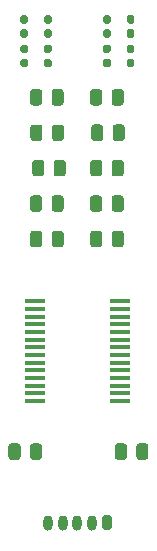
<source format=gbs>
G04 #@! TF.GenerationSoftware,KiCad,Pcbnew,(5.1.10)-1*
G04 #@! TF.CreationDate,2021-09-22T20:54:56-07:00*
G04 #@! TF.ProjectId,project,70726f6a-6563-4742-9e6b-696361645f70,rev?*
G04 #@! TF.SameCoordinates,Original*
G04 #@! TF.FileFunction,Soldermask,Bot*
G04 #@! TF.FilePolarity,Negative*
%FSLAX46Y46*%
G04 Gerber Fmt 4.6, Leading zero omitted, Abs format (unit mm)*
G04 Created by KiCad (PCBNEW (5.1.10)-1) date 2021-09-22 20:54:56*
%MOMM*%
%LPD*%
G01*
G04 APERTURE LIST*
%ADD10O,0.800000X1.300000*%
%ADD11R,1.750000X0.450000*%
G04 APERTURE END LIST*
D10*
X201000000Y-92000000D03*
X202250000Y-92000000D03*
X203500000Y-92000000D03*
X204750000Y-92000000D03*
G36*
G01*
X206400000Y-91550000D02*
X206400000Y-92450000D01*
G75*
G02*
X206200000Y-92650000I-200000J0D01*
G01*
X205800000Y-92650000D01*
G75*
G02*
X205600000Y-92450000I0J200000D01*
G01*
X205600000Y-91550000D01*
G75*
G02*
X205800000Y-91350000I200000J0D01*
G01*
X206200000Y-91350000D01*
G75*
G02*
X206400000Y-91550000I0J-200000D01*
G01*
G37*
G36*
G01*
X199487500Y-86450001D02*
X199487500Y-85549999D01*
G75*
G02*
X199737499Y-85300000I249999J0D01*
G01*
X200262501Y-85300000D01*
G75*
G02*
X200512500Y-85549999I0J-249999D01*
G01*
X200512500Y-86450001D01*
G75*
G02*
X200262501Y-86700000I-249999J0D01*
G01*
X199737499Y-86700000D01*
G75*
G02*
X199487500Y-86450001I0J249999D01*
G01*
G37*
G36*
G01*
X197662500Y-86450001D02*
X197662500Y-85549999D01*
G75*
G02*
X197912499Y-85300000I249999J0D01*
G01*
X198437501Y-85300000D01*
G75*
G02*
X198687500Y-85549999I0J-249999D01*
G01*
X198687500Y-86450001D01*
G75*
G02*
X198437501Y-86700000I-249999J0D01*
G01*
X197912499Y-86700000D01*
G75*
G02*
X197662500Y-86450001I0J249999D01*
G01*
G37*
G36*
G01*
X207687500Y-85549999D02*
X207687500Y-86450001D01*
G75*
G02*
X207437501Y-86700000I-249999J0D01*
G01*
X206912499Y-86700000D01*
G75*
G02*
X206662500Y-86450001I0J249999D01*
G01*
X206662500Y-85549999D01*
G75*
G02*
X206912499Y-85300000I249999J0D01*
G01*
X207437501Y-85300000D01*
G75*
G02*
X207687500Y-85549999I0J-249999D01*
G01*
G37*
G36*
G01*
X209512500Y-85549999D02*
X209512500Y-86450001D01*
G75*
G02*
X209262501Y-86700000I-249999J0D01*
G01*
X208737499Y-86700000D01*
G75*
G02*
X208487500Y-86450001I0J249999D01*
G01*
X208487500Y-85549999D01*
G75*
G02*
X208737499Y-85300000I249999J0D01*
G01*
X209262501Y-85300000D01*
G75*
G02*
X209512500Y-85549999I0J-249999D01*
G01*
G37*
D11*
X207100000Y-81725000D03*
X207100000Y-81075000D03*
X207100000Y-80425000D03*
X207100000Y-79775000D03*
X207100000Y-79125000D03*
X207100000Y-78475000D03*
X207100000Y-77825000D03*
X207100000Y-77175000D03*
X207100000Y-76525000D03*
X207100000Y-75875000D03*
X207100000Y-75225000D03*
X207100000Y-74575000D03*
X207100000Y-73925000D03*
X207100000Y-73275000D03*
X199900000Y-73275000D03*
X199900000Y-73925000D03*
X199900000Y-74575000D03*
X199900000Y-75225000D03*
X199900000Y-75875000D03*
X199900000Y-76525000D03*
X199900000Y-77175000D03*
X199900000Y-77825000D03*
X199900000Y-78475000D03*
X199900000Y-79125000D03*
X199900000Y-79775000D03*
X199900000Y-80425000D03*
X199900000Y-81075000D03*
X199900000Y-81725000D03*
G36*
G01*
X208160000Y-52260000D02*
X207840000Y-52260000D01*
G75*
G02*
X207680000Y-52100000I0J160000D01*
G01*
X207680000Y-51705000D01*
G75*
G02*
X207840000Y-51545000I160000J0D01*
G01*
X208160000Y-51545000D01*
G75*
G02*
X208320000Y-51705000I0J-160000D01*
G01*
X208320000Y-52100000D01*
G75*
G02*
X208160000Y-52260000I-160000J0D01*
G01*
G37*
G36*
G01*
X208160000Y-53455000D02*
X207840000Y-53455000D01*
G75*
G02*
X207680000Y-53295000I0J160000D01*
G01*
X207680000Y-52900000D01*
G75*
G02*
X207840000Y-52740000I160000J0D01*
G01*
X208160000Y-52740000D01*
G75*
G02*
X208320000Y-52900000I0J-160000D01*
G01*
X208320000Y-53295000D01*
G75*
G02*
X208160000Y-53455000I-160000J0D01*
G01*
G37*
G36*
G01*
X201160000Y-52260000D02*
X200840000Y-52260000D01*
G75*
G02*
X200680000Y-52100000I0J160000D01*
G01*
X200680000Y-51705000D01*
G75*
G02*
X200840000Y-51545000I160000J0D01*
G01*
X201160000Y-51545000D01*
G75*
G02*
X201320000Y-51705000I0J-160000D01*
G01*
X201320000Y-52100000D01*
G75*
G02*
X201160000Y-52260000I-160000J0D01*
G01*
G37*
G36*
G01*
X201160000Y-53455000D02*
X200840000Y-53455000D01*
G75*
G02*
X200680000Y-53295000I0J160000D01*
G01*
X200680000Y-52900000D01*
G75*
G02*
X200840000Y-52740000I160000J0D01*
G01*
X201160000Y-52740000D01*
G75*
G02*
X201320000Y-52900000I0J-160000D01*
G01*
X201320000Y-53295000D01*
G75*
G02*
X201160000Y-53455000I-160000J0D01*
G01*
G37*
G36*
G01*
X206160000Y-49760000D02*
X205840000Y-49760000D01*
G75*
G02*
X205680000Y-49600000I0J160000D01*
G01*
X205680000Y-49205000D01*
G75*
G02*
X205840000Y-49045000I160000J0D01*
G01*
X206160000Y-49045000D01*
G75*
G02*
X206320000Y-49205000I0J-160000D01*
G01*
X206320000Y-49600000D01*
G75*
G02*
X206160000Y-49760000I-160000J0D01*
G01*
G37*
G36*
G01*
X206160000Y-50955000D02*
X205840000Y-50955000D01*
G75*
G02*
X205680000Y-50795000I0J160000D01*
G01*
X205680000Y-50400000D01*
G75*
G02*
X205840000Y-50240000I160000J0D01*
G01*
X206160000Y-50240000D01*
G75*
G02*
X206320000Y-50400000I0J-160000D01*
G01*
X206320000Y-50795000D01*
G75*
G02*
X206160000Y-50955000I-160000J0D01*
G01*
G37*
G36*
G01*
X201160000Y-49760000D02*
X200840000Y-49760000D01*
G75*
G02*
X200680000Y-49600000I0J160000D01*
G01*
X200680000Y-49205000D01*
G75*
G02*
X200840000Y-49045000I160000J0D01*
G01*
X201160000Y-49045000D01*
G75*
G02*
X201320000Y-49205000I0J-160000D01*
G01*
X201320000Y-49600000D01*
G75*
G02*
X201160000Y-49760000I-160000J0D01*
G01*
G37*
G36*
G01*
X201160000Y-50955000D02*
X200840000Y-50955000D01*
G75*
G02*
X200680000Y-50795000I0J160000D01*
G01*
X200680000Y-50400000D01*
G75*
G02*
X200840000Y-50240000I160000J0D01*
G01*
X201160000Y-50240000D01*
G75*
G02*
X201320000Y-50400000I0J-160000D01*
G01*
X201320000Y-50795000D01*
G75*
G02*
X201160000Y-50955000I-160000J0D01*
G01*
G37*
G36*
G01*
X206400000Y-68450001D02*
X206400000Y-67549999D01*
G75*
G02*
X206649999Y-67300000I249999J0D01*
G01*
X207175001Y-67300000D01*
G75*
G02*
X207425000Y-67549999I0J-249999D01*
G01*
X207425000Y-68450001D01*
G75*
G02*
X207175001Y-68700000I-249999J0D01*
G01*
X206649999Y-68700000D01*
G75*
G02*
X206400000Y-68450001I0J249999D01*
G01*
G37*
G36*
G01*
X204575000Y-68450001D02*
X204575000Y-67549999D01*
G75*
G02*
X204824999Y-67300000I249999J0D01*
G01*
X205350001Y-67300000D01*
G75*
G02*
X205600000Y-67549999I0J-249999D01*
G01*
X205600000Y-68450001D01*
G75*
G02*
X205350001Y-68700000I-249999J0D01*
G01*
X204824999Y-68700000D01*
G75*
G02*
X204575000Y-68450001I0J249999D01*
G01*
G37*
G36*
G01*
X200512500Y-67549999D02*
X200512500Y-68450001D01*
G75*
G02*
X200262501Y-68700000I-249999J0D01*
G01*
X199737499Y-68700000D01*
G75*
G02*
X199487500Y-68450001I0J249999D01*
G01*
X199487500Y-67549999D01*
G75*
G02*
X199737499Y-67300000I249999J0D01*
G01*
X200262501Y-67300000D01*
G75*
G02*
X200512500Y-67549999I0J-249999D01*
G01*
G37*
G36*
G01*
X202337500Y-67549999D02*
X202337500Y-68450001D01*
G75*
G02*
X202087501Y-68700000I-249999J0D01*
G01*
X201562499Y-68700000D01*
G75*
G02*
X201312500Y-68450001I0J249999D01*
G01*
X201312500Y-67549999D01*
G75*
G02*
X201562499Y-67300000I249999J0D01*
G01*
X202087501Y-67300000D01*
G75*
G02*
X202337500Y-67549999I0J-249999D01*
G01*
G37*
G36*
G01*
X206400000Y-65455001D02*
X206400000Y-64554999D01*
G75*
G02*
X206649999Y-64305000I249999J0D01*
G01*
X207175001Y-64305000D01*
G75*
G02*
X207425000Y-64554999I0J-249999D01*
G01*
X207425000Y-65455001D01*
G75*
G02*
X207175001Y-65705000I-249999J0D01*
G01*
X206649999Y-65705000D01*
G75*
G02*
X206400000Y-65455001I0J249999D01*
G01*
G37*
G36*
G01*
X204575000Y-65455001D02*
X204575000Y-64554999D01*
G75*
G02*
X204824999Y-64305000I249999J0D01*
G01*
X205350001Y-64305000D01*
G75*
G02*
X205600000Y-64554999I0J-249999D01*
G01*
X205600000Y-65455001D01*
G75*
G02*
X205350001Y-65705000I-249999J0D01*
G01*
X204824999Y-65705000D01*
G75*
G02*
X204575000Y-65455001I0J249999D01*
G01*
G37*
G36*
G01*
X200512500Y-64549999D02*
X200512500Y-65450001D01*
G75*
G02*
X200262501Y-65700000I-249999J0D01*
G01*
X199737499Y-65700000D01*
G75*
G02*
X199487500Y-65450001I0J249999D01*
G01*
X199487500Y-64549999D01*
G75*
G02*
X199737499Y-64300000I249999J0D01*
G01*
X200262501Y-64300000D01*
G75*
G02*
X200512500Y-64549999I0J-249999D01*
G01*
G37*
G36*
G01*
X202337500Y-64549999D02*
X202337500Y-65450001D01*
G75*
G02*
X202087501Y-65700000I-249999J0D01*
G01*
X201562499Y-65700000D01*
G75*
G02*
X201312500Y-65450001I0J249999D01*
G01*
X201312500Y-64549999D01*
G75*
G02*
X201562499Y-64300000I249999J0D01*
G01*
X202087501Y-64300000D01*
G75*
G02*
X202337500Y-64549999I0J-249999D01*
G01*
G37*
G36*
G01*
X206400000Y-62450001D02*
X206400000Y-61549999D01*
G75*
G02*
X206649999Y-61300000I249999J0D01*
G01*
X207175001Y-61300000D01*
G75*
G02*
X207425000Y-61549999I0J-249999D01*
G01*
X207425000Y-62450001D01*
G75*
G02*
X207175001Y-62700000I-249999J0D01*
G01*
X206649999Y-62700000D01*
G75*
G02*
X206400000Y-62450001I0J249999D01*
G01*
G37*
G36*
G01*
X204575000Y-62450001D02*
X204575000Y-61549999D01*
G75*
G02*
X204824999Y-61300000I249999J0D01*
G01*
X205350001Y-61300000D01*
G75*
G02*
X205600000Y-61549999I0J-249999D01*
G01*
X205600000Y-62450001D01*
G75*
G02*
X205350001Y-62700000I-249999J0D01*
G01*
X204824999Y-62700000D01*
G75*
G02*
X204575000Y-62450001I0J249999D01*
G01*
G37*
G36*
G01*
X200687500Y-61549999D02*
X200687500Y-62450001D01*
G75*
G02*
X200437501Y-62700000I-249999J0D01*
G01*
X199912499Y-62700000D01*
G75*
G02*
X199662500Y-62450001I0J249999D01*
G01*
X199662500Y-61549999D01*
G75*
G02*
X199912499Y-61300000I249999J0D01*
G01*
X200437501Y-61300000D01*
G75*
G02*
X200687500Y-61549999I0J-249999D01*
G01*
G37*
G36*
G01*
X202512500Y-61549999D02*
X202512500Y-62450001D01*
G75*
G02*
X202262501Y-62700000I-249999J0D01*
G01*
X201737499Y-62700000D01*
G75*
G02*
X201487500Y-62450001I0J249999D01*
G01*
X201487500Y-61549999D01*
G75*
G02*
X201737499Y-61300000I249999J0D01*
G01*
X202262501Y-61300000D01*
G75*
G02*
X202512500Y-61549999I0J-249999D01*
G01*
G37*
G36*
G01*
X206487500Y-59450001D02*
X206487500Y-58549999D01*
G75*
G02*
X206737499Y-58300000I249999J0D01*
G01*
X207262501Y-58300000D01*
G75*
G02*
X207512500Y-58549999I0J-249999D01*
G01*
X207512500Y-59450001D01*
G75*
G02*
X207262501Y-59700000I-249999J0D01*
G01*
X206737499Y-59700000D01*
G75*
G02*
X206487500Y-59450001I0J249999D01*
G01*
G37*
G36*
G01*
X204662500Y-59450001D02*
X204662500Y-58549999D01*
G75*
G02*
X204912499Y-58300000I249999J0D01*
G01*
X205437501Y-58300000D01*
G75*
G02*
X205687500Y-58549999I0J-249999D01*
G01*
X205687500Y-59450001D01*
G75*
G02*
X205437501Y-59700000I-249999J0D01*
G01*
X204912499Y-59700000D01*
G75*
G02*
X204662500Y-59450001I0J249999D01*
G01*
G37*
G36*
G01*
X200543401Y-58555963D02*
X200543401Y-59455965D01*
G75*
G02*
X200293402Y-59705964I-249999J0D01*
G01*
X199768400Y-59705964D01*
G75*
G02*
X199518401Y-59455965I0J249999D01*
G01*
X199518401Y-58555963D01*
G75*
G02*
X199768400Y-58305964I249999J0D01*
G01*
X200293402Y-58305964D01*
G75*
G02*
X200543401Y-58555963I0J-249999D01*
G01*
G37*
G36*
G01*
X202368401Y-58555963D02*
X202368401Y-59455965D01*
G75*
G02*
X202118402Y-59705964I-249999J0D01*
G01*
X201593400Y-59705964D01*
G75*
G02*
X201343401Y-59455965I0J249999D01*
G01*
X201343401Y-58555963D01*
G75*
G02*
X201593400Y-58305964I249999J0D01*
G01*
X202118402Y-58305964D01*
G75*
G02*
X202368401Y-58555963I0J-249999D01*
G01*
G37*
G36*
G01*
X206400000Y-56450001D02*
X206400000Y-55549999D01*
G75*
G02*
X206649999Y-55300000I249999J0D01*
G01*
X207175001Y-55300000D01*
G75*
G02*
X207425000Y-55549999I0J-249999D01*
G01*
X207425000Y-56450001D01*
G75*
G02*
X207175001Y-56700000I-249999J0D01*
G01*
X206649999Y-56700000D01*
G75*
G02*
X206400000Y-56450001I0J249999D01*
G01*
G37*
G36*
G01*
X204575000Y-56450001D02*
X204575000Y-55549999D01*
G75*
G02*
X204824999Y-55300000I249999J0D01*
G01*
X205350001Y-55300000D01*
G75*
G02*
X205600000Y-55549999I0J-249999D01*
G01*
X205600000Y-56450001D01*
G75*
G02*
X205350001Y-56700000I-249999J0D01*
G01*
X204824999Y-56700000D01*
G75*
G02*
X204575000Y-56450001I0J249999D01*
G01*
G37*
G36*
G01*
X200512500Y-55549999D02*
X200512500Y-56450001D01*
G75*
G02*
X200262501Y-56700000I-249999J0D01*
G01*
X199737499Y-56700000D01*
G75*
G02*
X199487500Y-56450001I0J249999D01*
G01*
X199487500Y-55549999D01*
G75*
G02*
X199737499Y-55300000I249999J0D01*
G01*
X200262501Y-55300000D01*
G75*
G02*
X200512500Y-55549999I0J-249999D01*
G01*
G37*
G36*
G01*
X202337500Y-55549999D02*
X202337500Y-56450001D01*
G75*
G02*
X202087501Y-56700000I-249999J0D01*
G01*
X201562499Y-56700000D01*
G75*
G02*
X201312500Y-56450001I0J249999D01*
G01*
X201312500Y-55549999D01*
G75*
G02*
X201562499Y-55300000I249999J0D01*
G01*
X202087501Y-55300000D01*
G75*
G02*
X202337500Y-55549999I0J-249999D01*
G01*
G37*
G36*
G01*
X206160000Y-52260000D02*
X205840000Y-52260000D01*
G75*
G02*
X205680000Y-52100000I0J160000D01*
G01*
X205680000Y-51705000D01*
G75*
G02*
X205840000Y-51545000I160000J0D01*
G01*
X206160000Y-51545000D01*
G75*
G02*
X206320000Y-51705000I0J-160000D01*
G01*
X206320000Y-52100000D01*
G75*
G02*
X206160000Y-52260000I-160000J0D01*
G01*
G37*
G36*
G01*
X206160000Y-53455000D02*
X205840000Y-53455000D01*
G75*
G02*
X205680000Y-53295000I0J160000D01*
G01*
X205680000Y-52900000D01*
G75*
G02*
X205840000Y-52740000I160000J0D01*
G01*
X206160000Y-52740000D01*
G75*
G02*
X206320000Y-52900000I0J-160000D01*
G01*
X206320000Y-53295000D01*
G75*
G02*
X206160000Y-53455000I-160000J0D01*
G01*
G37*
G36*
G01*
X199160000Y-52260000D02*
X198840000Y-52260000D01*
G75*
G02*
X198680000Y-52100000I0J160000D01*
G01*
X198680000Y-51705000D01*
G75*
G02*
X198840000Y-51545000I160000J0D01*
G01*
X199160000Y-51545000D01*
G75*
G02*
X199320000Y-51705000I0J-160000D01*
G01*
X199320000Y-52100000D01*
G75*
G02*
X199160000Y-52260000I-160000J0D01*
G01*
G37*
G36*
G01*
X199160000Y-53455000D02*
X198840000Y-53455000D01*
G75*
G02*
X198680000Y-53295000I0J160000D01*
G01*
X198680000Y-52900000D01*
G75*
G02*
X198840000Y-52740000I160000J0D01*
G01*
X199160000Y-52740000D01*
G75*
G02*
X199320000Y-52900000I0J-160000D01*
G01*
X199320000Y-53295000D01*
G75*
G02*
X199160000Y-53455000I-160000J0D01*
G01*
G37*
G36*
G01*
X208160000Y-49760000D02*
X207840000Y-49760000D01*
G75*
G02*
X207680000Y-49600000I0J160000D01*
G01*
X207680000Y-49205000D01*
G75*
G02*
X207840000Y-49045000I160000J0D01*
G01*
X208160000Y-49045000D01*
G75*
G02*
X208320000Y-49205000I0J-160000D01*
G01*
X208320000Y-49600000D01*
G75*
G02*
X208160000Y-49760000I-160000J0D01*
G01*
G37*
G36*
G01*
X208160000Y-50955000D02*
X207840000Y-50955000D01*
G75*
G02*
X207680000Y-50795000I0J160000D01*
G01*
X207680000Y-50400000D01*
G75*
G02*
X207840000Y-50240000I160000J0D01*
G01*
X208160000Y-50240000D01*
G75*
G02*
X208320000Y-50400000I0J-160000D01*
G01*
X208320000Y-50795000D01*
G75*
G02*
X208160000Y-50955000I-160000J0D01*
G01*
G37*
G36*
G01*
X199160000Y-49760000D02*
X198840000Y-49760000D01*
G75*
G02*
X198680000Y-49600000I0J160000D01*
G01*
X198680000Y-49205000D01*
G75*
G02*
X198840000Y-49045000I160000J0D01*
G01*
X199160000Y-49045000D01*
G75*
G02*
X199320000Y-49205000I0J-160000D01*
G01*
X199320000Y-49600000D01*
G75*
G02*
X199160000Y-49760000I-160000J0D01*
G01*
G37*
G36*
G01*
X199160000Y-50955000D02*
X198840000Y-50955000D01*
G75*
G02*
X198680000Y-50795000I0J160000D01*
G01*
X198680000Y-50400000D01*
G75*
G02*
X198840000Y-50240000I160000J0D01*
G01*
X199160000Y-50240000D01*
G75*
G02*
X199320000Y-50400000I0J-160000D01*
G01*
X199320000Y-50795000D01*
G75*
G02*
X199160000Y-50955000I-160000J0D01*
G01*
G37*
M02*

</source>
